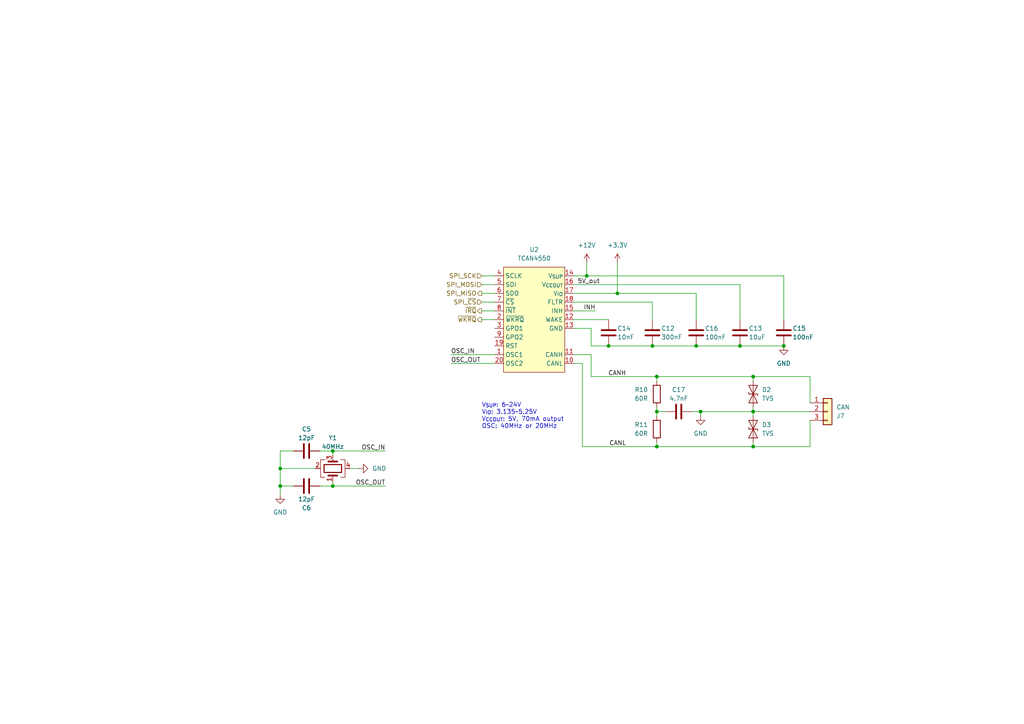
<source format=kicad_sch>
(kicad_sch (version 20231120) (generator "eeschema") (generator_version "8.0")
  (paper "A4")
  (lib_symbols
    (symbol "Connector_Generic:Conn_01x03" (pin_names (offset 1.016) hide)
      (property "Reference" "J" (at 0 5.08 0))
      (property "Value" "Conn_01x03" (at 0 -5.08 0))
      (symbol "Conn_01x03_1_1"
        (rectangle (start -1.27 -2.413) (end 0 -2.667) (stroke (width 0.1524)))
        (rectangle (start -1.27 0.127) (end 0 -0.127) (stroke (width 0.1524)))
        (rectangle (start -1.27 2.667) (end 0 2.413) (stroke (width 0.1524)))
        (rectangle (start -1.27 3.81) (end 1.27 -3.81) (stroke (width 0.254)) (fill (type background)))
        (pin passive line (at -5.08 2.54 0) (length 3.81) (name "Pin_1") (number "1"))
        (pin passive line (at -5.08 0 0) (length 3.81) (name "Pin_2") (number "2"))
        (pin passive line (at -5.08 -2.54 0) (length 3.81) (name "Pin_3") (number "3"))
      )
    )
    (symbol "Device:C" (pin_numbers hide) (pin_names (offset 0.254))
      (property "Reference" "C" (at 0.635 2.54 0))
      (property "Value" "C" (at 0.635 -2.54 0))
      (symbol "C_0_1"
        (polyline (pts (xy -2.032 -0.762) (xy 2.032 -0.762)) (stroke (width 0.508)))
        (polyline (pts (xy -2.032 0.762) (xy 2.032 0.762)) (stroke (width 0.508)))
      )
      (symbol "C_1_1"
        (pin passive line (at 0 3.81 270) (length 2.794) (name "~") (number "1"))
        (pin passive line (at 0 -3.81 90) (length 2.794) (name "~") (number "2"))
      )
    )
    (symbol "Device:Crystal_GND24" (pin_names (offset 1.016) hide)
      (property "Reference" "Y" (at 3.175 5.08 0))
      (property "Value" "Crystal_GND24" (at 3.175 3.175 0))
      (symbol "Crystal_GND24_0_1"
        (rectangle (start -1.143 2.54) (end 1.143 -2.54) (stroke (width 0.3048)))
        (polyline (pts (xy -2.54 0) (xy -2.032 0)))
        (polyline (pts (xy -2.032 -1.27) (xy -2.032 1.27)) (stroke (width 0.508)))
        (polyline (pts (xy 0 -3.81) (xy 0 -3.556)))
        (polyline (pts (xy 0 3.556) (xy 0 3.81)))
        (polyline (pts (xy 2.032 -1.27) (xy 2.032 1.27)) (stroke (width 0.508)))
        (polyline (pts (xy 2.032 0) (xy 2.54 0)))
        (polyline (pts (xy -2.54 -2.286) (xy -2.54 -3.556) (xy 2.54 -3.556) (xy 2.54 -2.286)))
        (polyline (pts (xy -2.54 2.286) (xy -2.54 3.556) (xy 2.54 3.556) (xy 2.54 2.286)))
      )
      (symbol "Crystal_GND24_1_1"
        (pin passive line (at -3.81 0 0) (length 1.27) (name "1") (number "1"))
        (pin passive line (at 0 5.08 270) (length 1.27) (name "2") (number "2"))
        (pin passive line (at 3.81 0 180) (length 1.27) (name "3") (number "3"))
        (pin passive line (at 0 -5.08 90) (length 1.27) (name "4") (number "4"))
      )
    )
    (symbol "Device:R" (pin_numbers hide) (pin_names (offset 0))
      (property "Reference" "R" (at 2.032 0 90))
      (property "Value" "R" (at 0 0 90))
      (symbol "R_0_1"
        (rectangle (start -1.016 -2.54) (end 1.016 2.54) (stroke (width 0.254)))
      )
      (symbol "R_1_1"
        (pin passive line (at 0 3.81 270) (length 1.27) (name "~") (number "1"))
        (pin passive line (at 0 -3.81 90) (length 1.27) (name "~") (number "2"))
      )
    )
    (symbol "Diode:ESD9B5.0ST5G" (pin_numbers hide) (pin_names (offset 1.016) hide)
      (property "Reference" "D" (at 0 2.54 0))
      (property "Value" "ESD9B5.0ST5G" (at 0 -2.54 0))
      (symbol "ESD9B5.0ST5G_0_1"
        (polyline (pts (xy 1.27 0) (xy -1.27 0)))
        (polyline (pts (xy -2.54 -1.27) (xy 0 0) (xy -2.54 1.27) (xy -2.54 -1.27)) (stroke (width 0.2032)))
        (polyline (pts (xy 0.508 1.27) (xy 0 1.27) (xy 0 -1.27) (xy -0.508 -1.27)) (stroke (width 0.2032)))
        (polyline (pts (xy 2.54 1.27) (xy 2.54 -1.27) (xy 0 0) (xy 2.54 1.27)) (stroke (width 0.2032)))
      )
      (symbol "ESD9B5.0ST5G_1_1"
        (pin passive line (at -3.81 0 0) (length 2.54) (name "A1") (number "1"))
        (pin passive line (at 3.81 0 180) (length 2.54) (name "A2") (number "2"))
      )
    )
    (symbol "moco:TCAN4550"
      (property "Reference" "U" (at 0 -17.78 0))
      (property "Value" "TCAN4550" (at 0 0 0))
      (symbol "TCAN4550_0_0"
        (pin input line (at -11.43 -11.43 0) (length 2.54) (name "OSC1") (number "1"))
        (pin bidirectional line (at 11.43 -13.97 180) (length 2.54) (name "CANL") (number "10"))
        (pin bidirectional line (at 11.43 -11.43 180) (length 2.54) (name "CANH") (number "11"))
        (pin input line (at 11.43 -1.27 180) (length 2.54) (name "WAKE") (number "12"))
        (pin power_in line (at 11.43 -3.81 180) (length 2.54) (name "GND") (number "13"))
        (pin power_in line (at 11.43 11.43 180) (length 2.54) (name "V_{SUP}") (number "14"))
        (pin output line (at 11.43 1.27 180) (length 2.54) (name "INH") (number "15"))
        (pin power_out line (at 11.43 8.89 180) (length 2.54) (name "V_{CCOUT}") (number "16"))
        (pin power_in line (at 11.43 6.35 180) (length 2.54) (name "V_{IO}") (number "17"))
        (pin power_in line (at 11.43 3.81 180) (length 2.54) (name "FLTR") (number "18"))
        (pin input line (at -11.43 -8.89 0) (length 2.54) (name "RST") (number "19"))
        (pin output line (at -11.43 -1.27 0) (length 2.54) (name "~{WKRQ}") (number "2"))
        (pin output line (at -11.43 -13.97 0) (length 2.54) (name "OSC2") (number "20"))
        (pin output line (at -11.43 -3.81 0) (length 2.54) (name "GPO1") (number "3"))
        (pin input line (at -11.43 11.43 0) (length 2.54) (name "SCLK") (number "4"))
        (pin input line (at -11.43 8.89 0) (length 2.54) (name "SDI") (number "5"))
        (pin output line (at -11.43 6.35 0) (length 2.54) (name "SDO") (number "6"))
        (pin input line (at -11.43 3.81 0) (length 2.54) (name "~{CS}") (number "7"))
        (pin output line (at -11.43 1.27 0) (length 2.54) (name "~{INT}") (number "8"))
        (pin output line (at -11.43 -6.35 0) (length 2.54) (name "GPO2") (number "9"))
      )
      (symbol "TCAN4550_1_0"
        (pin no_connect line (at 0 -19.05 90) (length 2.54) hide (name "EPAD") (number "21"))
      )
      (symbol "TCAN4550_1_1"
        (rectangle (start -8.89 13.97) (end 8.89 -16.51) (fill (type background)))
      )
    )
    (symbol "power:+12V" (power) (pin_numbers hide) (pin_names (offset 0) hide)
      (property "Value" "+12V" (at 0 3.556 0))
      (symbol "+12V_0_1"
        (polyline (pts (xy -0.762 1.27) (xy 0 2.54)))
        (polyline (pts (xy 0 0) (xy 0 2.54)))
        (polyline (pts (xy 0 2.54) (xy 0.762 1.27)))
      )
      (symbol "+12V_1_1"
        (pin power_in line (at 0 0 90) (length 0) (name "~") (number "1"))
      )
    )
    (symbol "power:+3.3V" (power) (pin_numbers hide) (pin_names (offset 0) hide)
      (property "Value" "+3.3V" (at 0 3.556 0))
      (symbol "+3.3V_0_1"
        (polyline (pts (xy -0.762 1.27) (xy 0 2.54)))
        (polyline (pts (xy 0 0) (xy 0 2.54)))
        (polyline (pts (xy 0 2.54) (xy 0.762 1.27)))
      )
      (symbol "+3.3V_1_1"
        (pin power_in line (at 0 0 90) (length 0) (name "~") (number "1"))
      )
    )
    (symbol "power:GND" (power) (pin_numbers hide) (pin_names (offset 0) hide)
      (property "Value" "GND" (at 0 -3.81 0))
      (symbol "GND_0_1"
        (polyline (pts (xy 0 0) (xy 0 -1.27) (xy 1.27 -1.27) (xy 0 -2.54) (xy -1.27 -1.27) (xy 0 -1.27)))
      )
      (symbol "GND_1_1"
        (pin power_in line (at 0 0 270) (length 0) (name "~") (number "1"))
      )
    )
  )
  (junction (at 170.18 80.01))
  (junction (at 190.5 119.38))
  (junction (at 218.44 129.54))
  (junction (at 190.5 129.54))
  (junction (at 218.44 119.38))
  (junction (at 179.07 85.09))
  (junction (at 96.52 140.97))
  (junction (at 176.53 100.33))
  (junction (at 189.23 100.33))
  (junction (at 218.44 109.22))
  (junction (at 96.52 130.81))
  (junction (at 201.93 100.33))
  (junction (at 203.2 119.38))
  (junction (at 81.28 135.89))
  (junction (at 81.28 140.97))
  (junction (at 214.63 100.33))
  (junction (at 227.33 100.33))
  (junction (at 190.5 109.22))
  (wire (pts (xy 218.44 119.38) (xy 218.44 120.65)))
  (wire (pts (xy 218.44 109.22) (xy 234.95 109.22)))
  (wire (pts (xy 190.5 109.22) (xy 218.44 109.22)))
  (wire (pts (xy 139.7 90.17) (xy 143.51 90.17)))
  (wire (pts (xy 227.33 92.71) (xy 227.33 80.01)))
  (wire (pts (xy 171.45 95.25) (xy 171.45 100.33)))
  (wire (pts (xy 96.52 139.7) (xy 96.52 140.97)))
  (wire (pts (xy 234.95 109.22) (xy 234.95 116.84)))
  (wire (pts (xy 168.91 129.54) (xy 168.91 105.41)))
  (wire (pts (xy 218.44 118.11) (xy 218.44 119.38)))
  (wire (pts (xy 190.5 118.11) (xy 190.5 119.38)))
  (wire (pts (xy 81.28 140.97) (xy 81.28 143.51)))
  (wire (pts (xy 168.91 129.54) (xy 190.5 129.54)))
  (wire (pts (xy 101.6 135.89) (xy 104.14 135.89)))
  (wire (pts (xy 166.37 92.71) (xy 176.53 92.71)))
  (wire (pts (xy 179.07 85.09) (xy 201.93 85.09)))
  (wire (pts (xy 166.37 95.25) (xy 171.45 95.25)))
  (wire (pts (xy 203.2 119.38) (xy 218.44 119.38)))
  (wire (pts (xy 166.37 82.55) (xy 214.63 82.55)))
  (wire (pts (xy 139.7 82.55) (xy 143.51 82.55)))
  (wire (pts (xy 171.45 109.22) (xy 171.45 102.87)))
  (wire (pts (xy 139.7 85.09) (xy 143.51 85.09)))
  (wire (pts (xy 96.52 130.81) (xy 111.76 130.81)))
  (wire (pts (xy 218.44 119.38) (xy 234.95 119.38)))
  (wire (pts (xy 166.37 85.09) (xy 179.07 85.09)))
  (wire (pts (xy 81.28 130.81) (xy 81.28 135.89)))
  (wire (pts (xy 190.5 109.22) (xy 190.5 110.49)))
  (wire (pts (xy 200.66 119.38) (xy 203.2 119.38)))
  (wire (pts (xy 214.63 100.33) (xy 201.93 100.33)))
  (wire (pts (xy 130.81 102.87) (xy 143.51 102.87)))
  (wire (pts (xy 96.52 140.97) (xy 111.76 140.97)))
  (wire (pts (xy 176.53 100.33) (xy 189.23 100.33)))
  (wire (pts (xy 190.5 129.54) (xy 190.5 128.27)))
  (wire (pts (xy 168.91 105.41) (xy 166.37 105.41)))
  (wire (pts (xy 85.09 140.97) (xy 81.28 140.97)))
  (wire (pts (xy 170.18 80.01) (xy 166.37 80.01)))
  (wire (pts (xy 81.28 135.89) (xy 81.28 140.97)))
  (wire (pts (xy 171.45 102.87) (xy 166.37 102.87)))
  (wire (pts (xy 203.2 120.65) (xy 203.2 119.38)))
  (wire (pts (xy 189.23 100.33) (xy 201.93 100.33)))
  (wire (pts (xy 214.63 100.33) (xy 227.33 100.33)))
  (wire (pts (xy 171.45 100.33) (xy 176.53 100.33)))
  (wire (pts (xy 234.95 121.92) (xy 234.95 129.54)))
  (wire (pts (xy 170.18 80.01) (xy 227.33 80.01)))
  (wire (pts (xy 92.71 140.97) (xy 96.52 140.97)))
  (wire (pts (xy 130.81 105.41) (xy 143.51 105.41)))
  (wire (pts (xy 190.5 119.38) (xy 190.5 120.65)))
  (wire (pts (xy 190.5 129.54) (xy 218.44 129.54)))
  (wire (pts (xy 218.44 129.54) (xy 218.44 128.27)))
  (wire (pts (xy 139.7 87.63) (xy 143.51 87.63)))
  (wire (pts (xy 85.09 130.81) (xy 81.28 130.81)))
  (wire (pts (xy 166.37 87.63) (xy 189.23 87.63)))
  (wire (pts (xy 190.5 119.38) (xy 193.04 119.38)))
  (wire (pts (xy 170.18 76.2) (xy 170.18 80.01)))
  (wire (pts (xy 171.45 109.22) (xy 190.5 109.22)))
  (wire (pts (xy 214.63 92.71) (xy 214.63 82.55)))
  (wire (pts (xy 139.7 80.01) (xy 143.51 80.01)))
  (wire (pts (xy 96.52 130.81) (xy 96.52 132.08)))
  (wire (pts (xy 189.23 92.71) (xy 189.23 87.63)))
  (wire (pts (xy 218.44 129.54) (xy 234.95 129.54)))
  (wire (pts (xy 218.44 109.22) (xy 218.44 110.49)))
  (wire (pts (xy 139.7 92.71) (xy 143.51 92.71)))
  (wire (pts (xy 201.93 85.09) (xy 201.93 92.71)))
  (wire (pts (xy 92.71 130.81) (xy 96.52 130.81)))
  (wire (pts (xy 179.07 76.2) (xy 179.07 85.09)))
  (wire (pts (xy 172.72 90.17) (xy 166.37 90.17)))
  (wire (pts (xy 81.28 135.89) (xy 91.44 135.89)))
  (text "V_{SUP}: 6~24V\nV_{IO}: 3.135~5.25V\nV_{CCOUT}: 5V, 70mA output\nOSC: 40MHz or 20MHz " (at 139.7 120.65 0) (effects (font (size 1.27 1.27)) (justify left)))
  (label "OSC_OUT" (at 111.76 140.97 180))
  (label "5V_out" (at 173.99 82.55 180))
  (label "CANH" (at 181.61 109.22 180))
  (label "OSC_OUT" (at 130.81 105.41 0))
  (label "OSC_IN" (at 111.76 130.81 180))
  (label "INH" (at 172.72 90.17 180))
  (label "CANL" (at 181.61 129.54 180))
  (label "OSC_IN" (at 130.81 102.87 0))
  (hierarchical_label "SPI_~{CS}" (shape input) (at 139.7 87.63 180))
  (hierarchical_label "SPI_MOSI" (shape input) (at 139.7 82.55 180))
  (hierarchical_label "~{WKRQ}" (shape output) (at 139.7 92.71 180))
  (hierarchical_label "~{IRQ}" (shape output) (at 139.7 90.17 180))
  (hierarchical_label "SPI_MISO" (shape output) (at 139.7 85.09 180))
  (hierarchical_label "SPI_SCK" (shape input) (at 139.7 80.01 180))
  (symbol (lib_id "Device:C") (at 176.53 96.52 0) (unit 1)
    (property "Reference" "C14" (at 179.07 95.25 0) (effects (justify left)))
    (property "Value" "10nF" (at 179.07 97.79 0) (effects (justify left)))
    (property "Footprint" "Capacitor_SMD:C_0402_1005Metric" (effects (hide yes)))
    (property "Description" "Unpolarized capacitor" (effects (hide yes)))
  )
  (symbol (lib_id "power:+3.3V") (at 179.07 76.2 0) (unit 1)
    (property "Reference" "#PWR024" (effects (hide yes)))
    (property "Value" "+3.3V" (at 179.07 71.12 0))
    (property "Description" "Power symbol creates a global label with name \"+3.3V\"" (effects (hide yes)))
  )
  (symbol (lib_id "Device:C") (at 196.85 119.38 90) (unit 1)
    (property "Reference" "C17" (at 196.85 113.03 90))
    (property "Value" "4.7nF" (at 196.85 115.57 90))
    (property "Footprint" "Capacitor_SMD:C_0402_1005Metric" (effects (hide yes)))
    (property "Description" "Unpolarized capacitor" (effects (hide yes)))
  )
  (symbol (lib_id "Diode:ESD9B5.0ST5G") (at 218.44 124.46 90) (unit 1)
    (property "Reference" "D3" (at 220.98 123.1899 90) (effects (justify right)))
    (property "Value" "TVS" (at 220.98 125.7299 90) (effects (justify right)))
    (property "Footprint" "Diode_SMD:D_SOD-323_HandSoldering" (effects (hide yes)))
    (property "Datasheet" "https://www.onsemi.com/pub/Collateral/ESD9B-D.PDF" (effects (hide yes)))
    (property "Description" "ESD protection diode, 5.0Vrwm, SOD-923" (effects (hide yes)))
  )
  (symbol (lib_id "Device:Crystal_GND24") (at 96.52 135.89 90) (unit 1)
    (property "Reference" "Y1" (at 96.52 127 90))
    (property "Value" "40MHz" (at 96.52 129.54 90))
    (property "Footprint" "Crystal:Crystal_SMD_3225-4Pin_3.2x2.5mm" (effects (hide yes)))
    (property "Description" "Four pin crystal, GND on pins 2 and 4" (effects (hide yes)))
  )
  (symbol (lib_id "Device:C") (at 214.63 96.52 0) (unit 1)
    (property "Reference" "C13" (at 217.17 95.25 0) (effects (justify left)))
    (property "Value" "10uF" (at 217.17 97.79 0) (effects (justify left)))
    (property "Footprint" "Capacitor_SMD:C_0402_1005Metric" (effects (hide yes)))
    (property "Description" "Unpolarized capacitor" (effects (hide yes)))
  )
  (symbol (lib_id "power:GND") (at 104.14 135.89 90) (unit 1)
    (property "Reference" "#PWR010" (effects (hide yes)))
    (property "Value" "GND" (at 107.95 135.8899 90) (effects (justify right)))
    (property "Description" "Power symbol creates a global label with name \"GND\" , ground" (effects (hide yes)))
  )
  (symbol (lib_id "power:GND") (at 203.2 120.65 0) (mirror y) (unit 1)
    (property "Reference" "#PWR025" (effects (hide yes)))
    (property "Value" "GND" (at 203.2 125.73 0))
    (property "Description" "Power symbol creates a global label with name \"GND\" , ground" (effects (hide yes)))
  )
  (symbol (lib_id "power:GND") (at 227.33 100.33 0) (unit 1)
    (property "Reference" "#PWR026" (effects (hide yes)))
    (property "Value" "GND" (at 227.33 105.41 0))
    (property "Description" "Power symbol creates a global label with name \"GND\" , ground" (effects (hide yes)))
  )
  (symbol (lib_id "Device:R") (at 190.5 114.3 0) (mirror y) (unit 1)
    (property "Reference" "R10" (at 187.96 113.0299 0) (effects (justify left)))
    (property "Value" "60R" (at 187.96 115.5699 0) (effects (justify left)))
    (property "Footprint" "Resistor_SMD:R_0402_1005Metric" (effects (hide yes)))
    (property "Description" "Resistor" (effects (hide yes)))
  )
  (symbol (lib_id "power:+12V") (at 170.18 76.2 0) (unit 1)
    (property "Reference" "#PWR023" (effects (hide yes)))
    (property "Value" "+12V" (at 170.18 71.12 0))
    (property "Description" "Power symbol creates a global label with name \"+12V\"" (effects (hide yes)))
  )
  (symbol (lib_id "Device:C") (at 227.33 96.52 0) (unit 1)
    (property "Reference" "C15" (at 229.87 95.25 0) (effects (justify left)))
    (property "Value" "100nF" (at 229.87 97.79 0) (effects (justify left)))
    (property "Footprint" "Capacitor_SMD:C_0402_1005Metric" (effects (hide yes)))
    (property "Description" "Unpolarized capacitor" (effects (hide yes)))
  )
  (symbol (lib_id "Device:C") (at 201.93 96.52 0) (unit 1)
    (property "Reference" "C16" (at 204.47 95.25 0) (effects (justify left)))
    (property "Value" "100nF" (at 204.47 97.79 0) (effects (justify left)))
    (property "Footprint" "Capacitor_SMD:C_0402_1005Metric" (effects (hide yes)))
    (property "Description" "Unpolarized capacitor" (effects (hide yes)))
  )
  (symbol (lib_id "moco:TCAN4550") (at 154.94 91.44 0) (unit 1)
    (property "Reference" "U2" (at 154.94 72.39 0))
    (property "Value" "TCAN4550" (at 154.94 74.93 0))
    (property "Footprint" "moco:VQFN-20_3.5_3.5_0.5p" (effects (hide yes)))
    (property "Datasheet" "CAN FD Bus controller with integrated transceiver" (effects (hide yes)))
  )
  (symbol (lib_id "Device:C") (at 88.9 140.97 270) (unit 1)
    (property "Reference" "C6" (at 88.9 147.32 90))
    (property "Value" "12pF" (at 88.9 144.78 90))
    (property "Footprint" "Capacitor_SMD:C_0402_1005Metric" (effects (hide yes)))
    (property "Description" "Unpolarized capacitor" (effects (hide yes)))
  )
  (symbol (lib_id "power:GND") (at 81.28 143.51 0) (unit 1)
    (property "Reference" "#PWR011" (effects (hide yes)))
    (property "Value" "GND" (at 81.28 148.59 0))
    (property "Description" "Power symbol creates a global label with name \"GND\" , ground" (effects (hide yes)))
  )
  (symbol (lib_id "Device:C") (at 189.23 96.52 0) (unit 1)
    (property "Reference" "C12" (at 191.77 95.25 0) (effects (justify left)))
    (property "Value" "300nF" (at 191.77 97.79 0) (effects (justify left)))
    (property "Footprint" "Capacitor_SMD:C_0402_1005Metric" (effects (hide yes)))
    (property "Description" "Unpolarized capacitor" (effects (hide yes)))
  )
  (symbol (lib_id "Diode:ESD9B5.0ST5G") (at 218.44 114.3 90) (unit 1)
    (property "Reference" "D2" (at 220.98 113.0299 90) (effects (justify right)))
    (property "Value" "TVS" (at 220.98 115.5699 90) (effects (justify right)))
    (property "Footprint" "Diode_SMD:D_SOD-323_HandSoldering" (effects (hide yes)))
    (property "Datasheet" "https://www.onsemi.com/pub/Collateral/ESD9B-D.PDF" (effects (hide yes)))
    (property "Description" "ESD protection diode, 5.0Vrwm, SOD-923" (effects (hide yes)))
  )
  (symbol (lib_id "Device:R") (at 190.5 124.46 0) (mirror y) (unit 1)
    (property "Reference" "R11" (at 187.96 123.1899 0) (effects (justify left)))
    (property "Value" "60R" (at 187.96 125.7299 0) (effects (justify left)))
    (property "Footprint" "Resistor_SMD:R_0402_1005Metric" (effects (hide yes)))
    (property "Description" "Resistor" (effects (hide yes)))
  )
  (symbol (lib_id "Device:C") (at 88.9 130.81 90) (unit 1)
    (property "Reference" "C5" (at 88.9 124.46 90))
    (property "Value" "12pF" (at 88.9 127 90))
    (property "Footprint" "Capacitor_SMD:C_0402_1005Metric" (effects (hide yes)))
    (property "Description" "Unpolarized capacitor" (effects (hide yes)))
  )
  (symbol (lib_id "Connector_Generic:Conn_01x03") (at 240.03 119.38 0) (unit 1)
    (property "Reference" "J7" (at 242.57 120.65 0) (effects (justify left)))
    (property "Value" "CAN" (at 242.57 118.11 0) (effects (justify left)))
    (property "Footprint" "Connector_JST:JST_GH_SM03B-GHS-TB_1x03-1MP_P1.25mm_Horizontal" (effects (hide yes)))
  )
)
</source>
